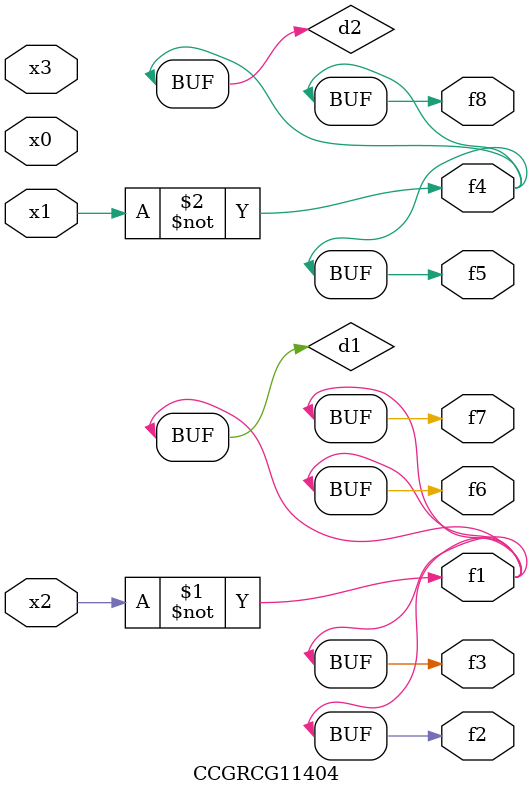
<source format=v>
module CCGRCG11404(
	input x0, x1, x2, x3,
	output f1, f2, f3, f4, f5, f6, f7, f8
);

	wire d1, d2;

	xnor (d1, x2);
	not (d2, x1);
	assign f1 = d1;
	assign f2 = d1;
	assign f3 = d1;
	assign f4 = d2;
	assign f5 = d2;
	assign f6 = d1;
	assign f7 = d1;
	assign f8 = d2;
endmodule

</source>
